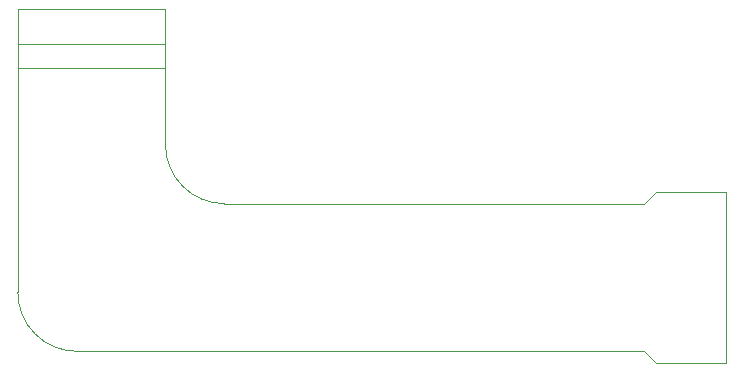
<source format=gm1>
G04*
G04 #@! TF.GenerationSoftware,Altium Limited,Altium Designer,22.3.1 (43)*
G04*
G04 Layer_Color=16711935*
%FSLAX25Y25*%
%MOIN*%
G70*
G04*
G04 #@! TF.SameCoordinates,92B69D45-59D0-419F-891E-8DCF12F20353*
G04*
G04*
G04 #@! TF.FilePolarity,Positive*
G04*
G01*
G75*
%ADD20C,0.00039*%
D20*
X0Y23622D02*
G03*
X19685Y3937I19685J0D01*
G01*
X49213Y72835D02*
G03*
X68898Y53150I19685J0D01*
G01*
X0Y106299D02*
X49213D01*
X0Y98425D02*
X49213D01*
X19685Y3937D02*
X208661D01*
X212598Y0D01*
X236221D01*
Y57087D01*
X212598D02*
X236221D01*
X208661Y53150D02*
X212598Y57087D01*
X68898Y53150D02*
X208661D01*
X49213Y118110D02*
X49213Y72835D01*
X0Y118110D02*
X49213D01*
X0D02*
X0Y23622D01*
M02*

</source>
